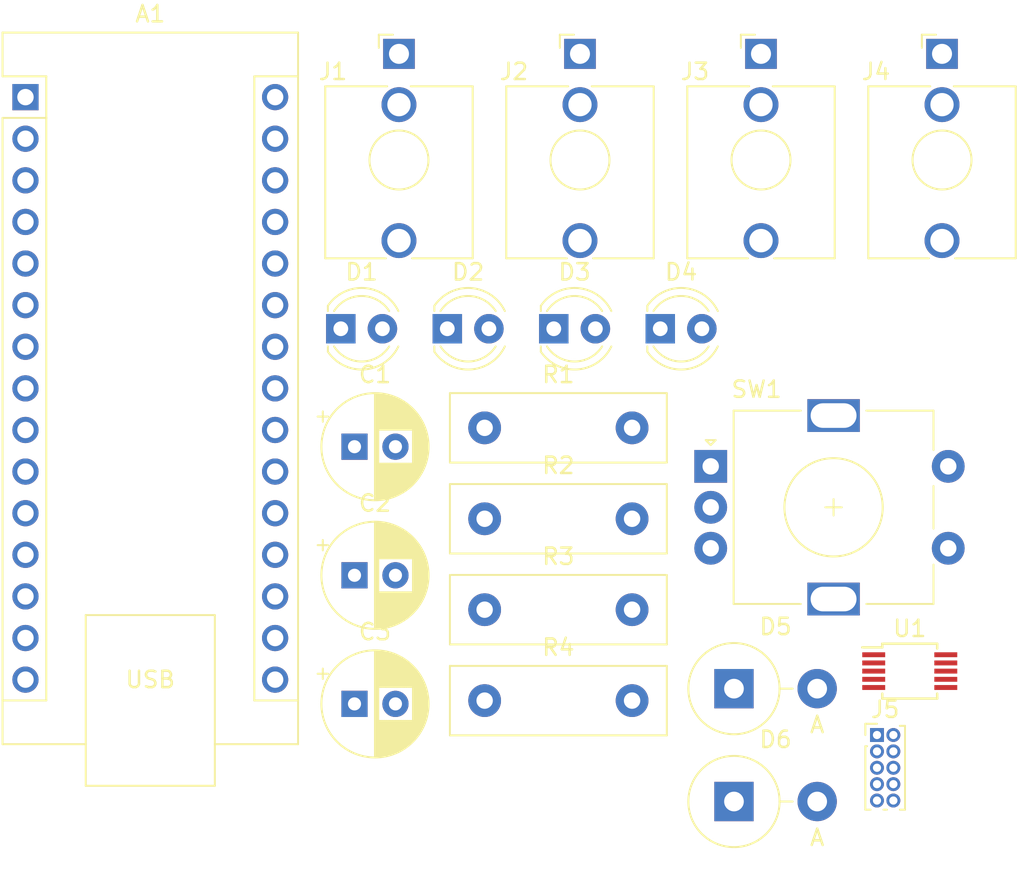
<source format=kicad_pcb>
(kicad_pcb (version 20221018) (generator pcbnew)
  (layers (0 "F.Cu" signal) (31 "B.Cu" signal) (34 "B.Paste" user) (35 "F.Paste" user) (36 "B.SilkS" user "B.Silkscreen") (37 "F.SilkS" user "F.Silkscreen") (38 "B.Mask" user) (39 "F.Mask" user) (44 "Edge.Cuts" user))
  (net 0 "")
  (net 4 "GND")
  (net 5 "Net-(A1-D2)")
  (net 6 "Net-(A1-D4)")
  (net 22 "Net-(A1-SDA{slash}A4)")
  (net 23 "Net-(A1-SCL{slash}A5)")
  (net 26 "Net-(A1-+5V)")
  (net 29 "Net-(D6-K)")
  (net 30 "Net-(D1-A)")
  (net 31 "Net-(D2-A)")
  (net 32 "Net-(D3-A)")
  (net 33 "Net-(D4-A)")
  (net 34 "-12V")
  (net 35 "Net-(D5-A)")
  (net 36 "Net-(D6-A)")
  (net 37 "Net-(U1-VOUTA)")
  (net 38 "Net-(U1-VOUTB)")
  (net 39 "Net-(U1-VOUTC)")
  (net 40 "Net-(U1-VOUTD)")
  (net 41 "+5V")
  (footprint "Module:Arduino_Nano" (layer "F.Cu") (at 124.66 69.46)
    (fp_text reference "A1" (at 7.62 -5.08) (layer "F.SilkS"))
    (fp_text value "Arduino_Nano_Every")
    (fp_text user "USB" (at 7.62 35.56 unlocked) (layer "F.SilkS"))
    (pad "1" thru_hole rect (at 0 0) (size 1.6 1.6) (drill 1) (layers "*.Cu" "*.Mask"))
    (pad "2" thru_hole oval (at 0 2.54) (size 1.6 1.6) (drill 1) (layers "*.Cu" "*.Mask"))
    (pad "3" thru_hole oval (at 0 5.08) (size 1.6 1.6) (drill 1) (layers "*.Cu" "*.Mask"))
    (pad "4" thru_hole oval (at 0 7.62) (size 1.6 1.6) (drill 1) (layers "*.Cu" "*.Mask") (net 4 "GND"))
    (pad "5" thru_hole oval (at 0 10.16) (size 1.6 1.6) (drill 1) (layers "*.Cu" "*.Mask") (net 5 "Net-(A1-D2)"))
    (pad "6" thru_hole oval (at 0 12.7) (size 1.6 1.6) (drill 1) (layers "*.Cu" "*.Mask") (net 4 "GND"))
    (pad "7" thru_hole oval (at 0 15.24) (size 1.6 1.6) (drill 1) (layers "*.Cu" "*.Mask") (net 6 "Net-(A1-D4)"))
    (pad "8" thru_hole oval (at 0 17.78) (size 1.6 1.6) (drill 1) (layers "*.Cu" "*.Mask"))
    (pad "9" thru_hole oval (at 0 20.32) (size 1.6 1.6) (drill 1) (layers "*.Cu" "*.Mask"))
    (pad "10" thru_hole oval (at 0 22.86) (size 1.6 1.6) (drill 1) (layers "*.Cu" "*.Mask"))
    (pad "11" thru_hole oval (at 0 25.4) (size 1.6 1.6) (drill 1) (layers "*.Cu" "*.Mask"))
    (pad "12" thru_hole oval (at 0 27.94) (size 1.6 1.6) (drill 1) (layers "*.Cu" "*.Mask"))
    (pad "13" thru_hole oval (at 0 30.48) (size 1.6 1.6) (drill 1) (layers "*.Cu" "*.Mask"))
    (pad "14" thru_hole oval (at 0 33.02) (size 1.6 1.6) (drill 1) (layers "*.Cu" "*.Mask"))
    (pad "15" thru_hole oval (at 0 35.56) (size 1.6 1.6) (drill 1) (layers "*.Cu" "*.Mask"))
    (pad "16" thru_hole oval (at 15.24 35.56) (size 1.6 1.6) (drill 1) (layers "*.Cu" "*.Mask"))
    (pad "17" thru_hole oval (at 15.24 33.02) (size 1.6 1.6) (drill 1) (layers "*.Cu" "*.Mask"))
    (pad "18" thru_hole oval (at 15.24 30.48) (size 1.6 1.6) (drill 1) (layers "*.Cu" "*.Mask"))
    (pad "19" thru_hole oval (at 15.24 27.94) (size 1.6 1.6) (drill 1) (layers "*.Cu" "*.Mask"))
    (pad "20" thru_hole oval (at 15.24 25.4) (size 1.6 1.6) (drill 1) (layers "*.Cu" "*.Mask"))
    (pad "21" thru_hole oval (at 15.24 22.86) (size 1.6 1.6) (drill 1) (layers "*.Cu" "*.Mask"))
    (pad "22" thru_hole oval (at 15.24 20.32) (size 1.6 1.6) (drill 1) (layers "*.Cu" "*.Mask"))
    (pad "23" thru_hole oval (at 15.24 17.78) (size 1.6 1.6) (drill 1) (layers "*.Cu" "*.Mask") (net 22 "Net-(A1-SDA{slash}A4)"))
    (pad "24" thru_hole oval (at 15.24 15.24) (size 1.6 1.6) (drill 1) (layers "*.Cu" "*.Mask") (net 23 "Net-(A1-SCL{slash}A5)"))
    (pad "25" thru_hole oval (at 15.24 12.7) (size 1.6 1.6) (drill 1) (layers "*.Cu" "*.Mask"))
    (pad "26" thru_hole oval (at 15.24 10.16) (size 1.6 1.6) (drill 1) (layers "*.Cu" "*.Mask"))
    (pad "27" thru_hole oval (at 15.24 7.62) (size 1.6 1.6) (drill 1) (layers "*.Cu" "*.Mask") (net 26 "Net-(A1-+5V)"))
    (pad "28" thru_hole oval (at 15.24 5.08) (size 1.6 1.6) (drill 1) (layers "*.Cu" "*.Mask"))
    (pad "29" thru_hole oval (at 15.24 2.54) (size 1.6 1.6) (drill 1) (layers "*.Cu" "*.Mask") (net 4 "GND"))
    (pad "30" thru_hole oval (at 15.24 0) (size 1.6 1.6) (drill 1) (layers "*.Cu" "*.Mask"))
  )
  (footprint "Resistor_THT:R_Box_L13.0mm_W4.0mm_P9.00mm" (layer "F.Cu") (at 152.69 106.3)
    (fp_text reference "R4" (at 4.5 -3.25) (layer "F.SilkS"))
    (fp_text value "220")
    (pad "1" thru_hole circle (at 0 0) (size 2 2) (drill 1) (layers "*.Cu" "*.Mask") (net 40 "Net-(U1-VOUTD)"))
    (pad "2" thru_hole circle (at 9 0) (size 2 2) (drill 1) (layers "*.Cu" "*.Mask") (net 33 "Net-(D4-A)"))
  )
  (footprint "Rotary_Encoder:RotaryEncoder_Alps_EC11E-Switch_Vertical_H20mm" (layer "F.Cu") (at 166.49 92)
    (fp_text reference "SW1" (at 2.8 -4.7) (layer "F.SilkS"))
    (fp_text value "Selector")
    (pad "A" thru_hole rect (at 0 0) (size 2 2) (drill 1) (layers "*.Cu" "*.Mask") (net 4 "GND"))
    (pad "B" thru_hole circle (at 0 5) (size 2 2) (drill 1) (layers "*.Cu" "*.Mask") (net 5 "Net-(A1-D2)"))
    (pad "C" thru_hole circle (at 0 2.5) (size 2 2) (drill 1) (layers "*.Cu" "*.Mask") (net 4 "GND"))
    (pad "MP" thru_hole rect (at 7.5 -3.1) (size 3.2 2) (drill oval 2.8 1.5) (layers "*.Cu" "*.Mask"))
    (pad "MP" thru_hole rect (at 7.5 8.1) (size 3.2 2) (drill oval 2.8 1.5) (layers "*.Cu" "*.Mask"))
    (pad "S1" thru_hole circle (at 14.5 5) (size 2 2) (drill 1) (layers "*.Cu" "*.Mask") (net 4 "GND"))
    (pad "S2" thru_hole circle (at 14.5 0) (size 2 2) (drill 1) (layers "*.Cu" "*.Mask") (net 6 "Net-(A1-D4)"))
  )
  (footprint "Capacitor_THT:CP_Radial_D6.3mm_P2.50mm" (layer "F.Cu") (at 144.745241 98.65)
    (fp_text reference "C2" (at 1.25 -4.4) (layer "F.SilkS"))
    (fp_text value "10uF")
    (pad "1" thru_hole rect (at 0 0) (size 1.6 1.6) (drill 0.8) (layers "*.Cu" "*.Mask") (net 4 "GND"))
    (pad "2" thru_hole circle (at 2.5 0) (size 1.6 1.6) (drill 0.8) (layers "*.Cu" "*.Mask") (net 26 "Net-(A1-+5V)"))
  )
  (footprint "LED_THT:LED_D4.0mm" (layer "F.Cu") (at 156.91 83.6)
    (fp_text reference "D3" (at 1.27 -3.46) (layer "F.SilkS"))
    (fp_text value "LED")
    (pad "1" thru_hole rect (at 0 0) (size 1.8 1.8) (drill 0.9) (layers "*.Cu" "*.Mask") (net 4 "GND"))
    (pad "2" thru_hole circle (at 2.54 0) (size 1.8 1.8) (drill 0.9) (layers "*.Cu" "*.Mask") (net 32 "Net-(D3-A)"))
  )
  (footprint "Connector_Audio:Jack_3.5mm_QingPu_WQP-PJ398SM_Vertical_CircularHoles" (layer "F.Cu") (at 169.56 66.82)
    (fp_text reference "J3" (at -4.03 1.08 180) (layer "F.SilkS"))
    (fp_text value "AudioJack2")
    (pad "S" thru_hole rect (at 0 0 180) (size 1.93 1.83) (drill 1.22) (layers "*.Cu" "*.Mask") (net 4 "GND"))
    (pad "T" thru_hole circle (at 0 11.4 180) (size 2.13 2.13) (drill 1.43) (layers "*.Cu" "*.Mask") (net 39 "Net-(U1-VOUTC)"))
    (pad "TN" thru_hole circle (at 0 3.1 180) (size 2.13 2.13) (drill 1.42) (layers "*.Cu" "*.Mask"))
  )
  (footprint "Package_SO:MSOP-10_3x3mm_P0.5mm" (layer "F.Cu") (at 178.64 104.5)
    (fp_text reference "U1" (at 0 -2.6) (layer "F.SilkS"))
    (fp_text value "MCP4728")
    (pad "1" smd rect (at -2.2 -1) (size 1.4 0.3) (layers "F.Cu" "F.Paste" "F.Mask") (net 41 "+5V"))
    (pad "2" smd rect (at -2.2 -0.5) (size 1.4 0.3) (layers "F.Cu" "F.Paste" "F.Mask") (net 4 "GND"))
    (pad "3" smd rect (at -2.2 0) (size 1.4 0.3) (layers "F.Cu" "F.Paste" "F.Mask") (net 23 "Net-(A1-SCL{slash}A5)"))
    (pad "4" smd rect (at -2.2 0.5) (size 1.4 0.3) (layers "F.Cu" "F.Paste" "F.Mask") (net 22 "Net-(A1-SDA{slash}A4)"))
    (pad "5" smd rect (at -2.2 1) (size 1.4 0.3) (layers "F.Cu" "F.Paste" "F.Mask"))
    (pad "6" smd rect (at 2.2 1) (size 1.4 0.3) (layers "F.Cu" "F.Paste" "F.Mask"))
    (pad "7" smd rect (at 2.2 0.5) (size 1.4 0.3) (layers "F.Cu" "F.Paste" "F.Mask") (net 37 "Net-(U1-VOUTA)"))
    (pad "8" smd rect (at 2.2 0) (size 1.4 0.3) (layers "F.Cu" "F.Paste" "F.Mask") (net 38 "Net-(U1-VOUTB)"))
    (pad "9" smd rect (at 2.2 -0.5) (size 1.4 0.3) (layers "F.Cu" "F.Paste" "F.Mask") (net 39 "Net-(U1-VOUTC)"))
    (pad "10" smd rect (at 2.2 -1) (size 1.4 0.3) (layers "F.Cu" "F.Paste" "F.Mask") (net 40 "Net-(U1-VOUTD)"))
  )
  (footprint "Connector_PinHeader_1.00mm:PinHeader_2x05_P1.00mm_Vertical" (layer "F.Cu") (at 176.64 108.4)
    (fp_text reference "J5" (at 0.5 -1.56) (layer "F.SilkS"))
    (fp_text value "Eurorack Power")
    (pad "1" thru_hole rect (at 0 0) (size 0.85 0.85) (drill 0.5) (layers "*.Cu" "*.Mask") (net 36 "Net-(D6-A)"))
    (pad "2" thru_hole oval (at 1 0) (size 0.85 0.85) (drill 0.5) (layers "*.Cu" "*.Mask") (net 4 "GND"))
    (pad "3" thru_hole oval (at 0 1) (size 0.85 0.85) (drill 0.5) (layers "*.Cu" "*.Mask") (net 4 "GND"))
    (pad "4" thru_hole oval (at 1 1) (size 0.85 0.85) (drill 0.5) (layers "*.Cu" "*.Mask") (net 4 "GND"))
    (pad "5" thru_hole oval (at 0 2) (size 0.85 0.85) (drill 0.5) (layers "*.Cu" "*.Mask") (net 35 "Net-(D5-A)"))
    (pad "6" thru_hole oval (at 1 2) (size 0.85 0.85) (drill 0.5) (layers "*.Cu" "*.Mask") (net 36 "Net-(D6-A)"))
    (pad "7" thru_hole oval (at 0 3) (size 0.85 0.85) (drill 0.5) (layers "*.Cu" "*.Mask") (net 4 "GND"))
    (pad "8" thru_hole oval (at 1 3) (size 0.85 0.85) (drill 0.5) (layers "*.Cu" "*.Mask") (net 4 "GND"))
    (pad "9" thru_hole oval (at 0 4) (size 0.85 0.85) (drill 0.5) (layers "*.Cu" "*.Mask") (net 4 "GND"))
    (pad "10" thru_hole oval (at 1 4) (size 0.85 0.85) (drill 0.5) (layers "*.Cu" "*.Mask") (net 35 "Net-(D5-A)"))
  )
  (footprint "Capacitor_THT:CP_Radial_D6.3mm_P2.50mm" (layer "F.Cu") (at 144.745241 106.5)
    (fp_text reference "C3" (at 1.25 -4.4) (layer "F.SilkS"))
    (fp_text value "1uF")
    (pad "1" thru_hole rect (at 0 0) (size 1.6 1.6) (drill 0.8) (layers "*.Cu" "*.Mask") (net 4 "GND"))
    (pad "2" thru_hole circle (at 2.5 0) (size 1.6 1.6) (drill 0.8) (layers "*.Cu" "*.Mask") (net 26 "Net-(A1-+5V)"))
  )
  (footprint "Diode_THT:D_DO-27_P5.08mm_Vertical_AnodeUp" (layer "F.Cu") (at 167.91 112.46)
    (fp_text reference "D6" (at 2.54 -3.785) (layer "F.SilkS"))
    (fp_text value "1N4148")
    (fp_text user "A" (at 5.08 2.2) (layer "F.SilkS"))
    (pad "1" thru_hole rect (at 0 0) (size 2.4 2.4) (drill 1.2) (layers "*.Cu" "*.Mask") (net 29 "Net-(D6-K)"))
    (pad "2" thru_hole oval (at 5.08 0) (size 2.4 2.4) (drill 1.2) (layers "*.Cu" "*.Mask") (net 36 "Net-(D6-A)"))
  )
  (footprint "Diode_THT:D_DO-27_P5.08mm_Vertical_AnodeUp" (layer "F.Cu") (at 167.91 105.57)
    (fp_text reference "D5" (at 2.54 -3.785) (layer "F.SilkS"))
    (fp_text value "1N4148")
    (fp_text user "A" (at 5.08 2.2) (layer "F.SilkS"))
    (pad "1" thru_hole rect (at 0 0) (size 2.4 2.4) (drill 1.2) (layers "*.Cu" "*.Mask") (net 34 "-12V"))
    (pad "2" thru_hole oval (at 5.08 0) (size 2.4 2.4) (drill 1.2) (layers "*.Cu" "*.Mask") (net 35 "Net-(D5-A)"))
  )
  (footprint "Resistor_THT:R_Box_L13.0mm_W4.0mm_P9.00mm" (layer "F.Cu") (at 152.69 89.65)
    (fp_text reference "R1" (at 4.5 -3.25) (layer "F.SilkS"))
    (fp_text value "220")
    (pad "1" thru_hole circle (at 0 0) (size 2 2) (drill 1) (layers "*.Cu" "*.Mask") (net 37 "Net-(U1-VOUTA)"))
    (pad "2" thru_hole circle (at 9 0) (size 2 2) (drill 1) (layers "*.Cu" "*.Mask") (net 30 "Net-(D1-A)"))
  )
  (footprint "LED_THT:LED_D4.0mm" (layer "F.Cu") (at 163.41 83.6)
    (fp_text reference "D4" (at 1.27 -3.46) (layer "F.SilkS"))
    (fp_text value "LED")
    (pad "1" thru_hole rect (at 0 0) (size 1.8 1.8) (drill 0.9) (layers "*.Cu" "*.Mask") (net 4 "GND"))
    (pad "2" thru_hole circle (at 2.54 0) (size 1.8 1.8) (drill 0.9) (layers "*.Cu" "*.Mask") (net 33 "Net-(D4-A)"))
  )
  (footprint "LED_THT:LED_D4.0mm" (layer "F.Cu") (at 150.41 83.6)
    (fp_text reference "D2" (at 1.27 -3.46) (layer "F.SilkS"))
    (fp_text value "LED")
    (pad "1" thru_hole rect (at 0 0) (size 1.8 1.8) (drill 0.9) (layers "*.Cu" "*.Mask") (net 4 "GND"))
    (pad "2" thru_hole circle (at 2.54 0) (size 1.8 1.8) (drill 0.9) (layers "*.Cu" "*.Mask") (net 31 "Net-(D2-A)"))
  )
  (footprint "Resistor_THT:R_Box_L13.0mm_W4.0mm_P9.00mm" (layer "F.Cu") (at 152.69 100.75)
    (fp_text reference "R3" (at 4.5 -3.25) (layer "F.SilkS"))
    (fp_text value "220")
    (pad "1" thru_hole circle (at 0 0) (size 2 2) (drill 1) (layers "*.Cu" "*.Mask") (net 39 "Net-(U1-VOUTC)"))
    (pad "2" thru_hole circle (at 9 0) (size 2 2) (drill 1) (layers "*.Cu" "*.Mask") (net 32 "Net-(D3-A)"))
  )
  (footprint "Resistor_THT:R_Box_L13.0mm_W4.0mm_P9.00mm" (layer "F.Cu") (at 152.69 95.2)
    (fp_text reference "R2" (at 4.5 -3.25) (layer "F.SilkS"))
    (fp_text value "220")
    (pad "1" thru_hole circle (at 0 0) (size 2 2) (drill 1) (layers "*.Cu" "*.Mask") (net 38 "Net-(U1-VOUTB)"))
    (pad "2" thru_hole circle (at 9 0) (size 2 2) (drill 1) (layers "*.Cu" "*.Mask") (net 31 "Net-(D2-A)"))
  )
  (footprint "Capacitor_THT:CP_Radial_D6.3mm_P2.50mm" (layer "F.Cu") (at 144.745241 90.8)
    (fp_text reference "C1" (at 1.25 -4.4) (layer "F.SilkS"))
    (fp_text value "1uF")
    (pad "1" thru_hole rect (at 0 0) (size 1.6 1.6) (drill 0.8) (layers "*.Cu" "*.Mask") (net 29 "Net-(D6-K)"))
    (pad "2" thru_hole circle (at 2.5 0) (size 1.6 1.6) (drill 0.8) (layers "*.Cu" "*.Mask") (net 4 "GND"))
  )
  (footprint "Connector_Audio:Jack_3.5mm_QingPu_WQP-PJ398SM_Vertical_CircularHoles" (layer "F.Cu") (at 158.51 66.82)
    (fp_text reference "J2" (at -4.03 1.08 180) (layer "F.SilkS"))
    (fp_text value "AudioJack2")
    (pad "S" thru_hole rect (at 0 0 180) (size 1.93 1.83) (drill 1.22) (layers "*.Cu" "*.Mask") (net 4 "GND"))
    (pad "T" thru_hole circle (at 0 11.4 180) (size 2.13 2.13) (drill 1.43) (layers "*.Cu" "*.Mask") (net 38 "Net-(U1-VOUTB)"))
    (pad "TN" thru_hole circle (at 0 3.1 180) (size 2.13 2.13) (drill 1.42) (layers "*.Cu" "*.Mask"))
  )
  (footprint "Connector_Audio:Jack_3.5mm_QingPu_WQP-PJ398SM_Vertical_CircularHoles" (layer "F.Cu") (at 180.61 66.82)
    (fp_text reference "J4" (at -4.03 1.08 180) (layer "F.SilkS"))
    (fp_text value "AudioJack2")
    (pad "S" thru_hole rect (at 0 0 180) (size 1.93 1.83) (drill 1.22) (layers "*.Cu" "*.Mask") (net 4 "GND"))
    (pad "T" thru_hole circle (at 0 11.4 180) (size 2.13 2.13) (drill 1.43) (layers "*.Cu" "*.Mask") (net 40 "Net-(U1-VOUTD)"))
    (pad "TN" thru_hole circle (at 0 3.1 180) (size 2.13 2.13) (drill 1.42) (layers "*.Cu" "*.Mask"))
  )
  (footprint "LED_THT:LED_D4.0mm" (layer "F.Cu") (at 143.91 83.6)
    (fp_text reference "D1" (at 1.27 -3.46) (layer "F.SilkS"))
    (fp_text value "LED")
    (pad "1" thru_hole rect (at 0 0) (size 1.8 1.8) (drill 0.9) (layers "*.Cu" "*.Mask") (net 4 "GND"))
    (pad "2" thru_hole circle (at 2.54 0) (size 1.8 1.8) (drill 0.9) (layers "*.Cu" "*.Mask") (net 30 "Net-(D1-A)"))
  )
  (footprint "Connector_Audio:Jack_3.5mm_QingPu_WQP-PJ398SM_Vertical_CircularHoles" (layer "F.Cu") (at 147.46 66.82)
    (fp_text reference "J1" (at -4.03 1.08 180) (layer "F.SilkS"))
    (fp_text value "AudioJack2")
    (pad "S" thru_hole rect (at 0 0 180) (size 1.93 1.83) (drill 1.22) (layers "*.Cu" "*.Mask") (net 4 "GND"))
    (pad "T" thru_hole circle (at 0 11.4 180) (size 2.13 2.13) (drill 1.43) (layers "*.Cu" "*.Mask") (net 37 "Net-(U1-VOUTA)"))
    (pad "TN" thru_hole circle (at 0 3.1 180) (size 2.13 2.13) (drill 1.42) (layers "*.Cu" "*.Mask"))
  )
)
</source>
